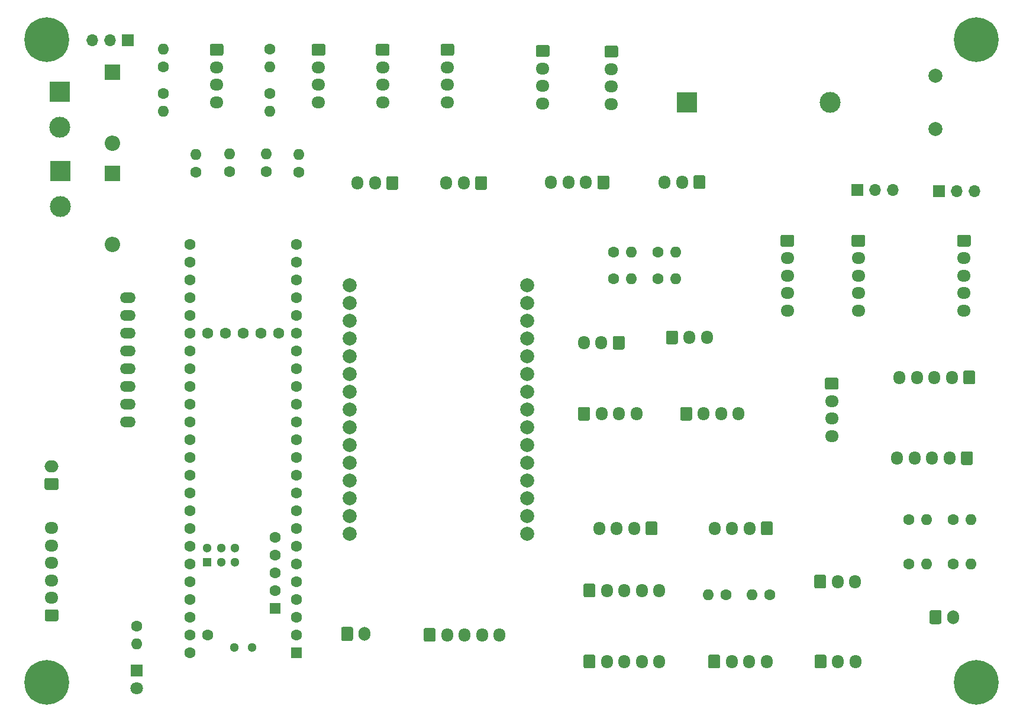
<source format=gts>
G04 #@! TF.GenerationSoftware,KiCad,Pcbnew,(5.1.9)-1*
G04 #@! TF.CreationDate,2021-07-22T20:13:59+02:00*
G04 #@! TF.ProjectId,Ardumower,41726475-6d6f-4776-9572-2e6b69636164,rev?*
G04 #@! TF.SameCoordinates,Original*
G04 #@! TF.FileFunction,Soldermask,Top*
G04 #@! TF.FilePolarity,Negative*
%FSLAX46Y46*%
G04 Gerber Fmt 4.6, Leading zero omitted, Abs format (unit mm)*
G04 Created by KiCad (PCBNEW (5.1.9)-1) date 2021-07-22 20:13:59*
%MOMM*%
%LPD*%
G01*
G04 APERTURE LIST*
%ADD10R,3.000000X3.000000*%
%ADD11C,3.000000*%
%ADD12O,1.700000X2.000000*%
%ADD13O,1.600000X1.600000*%
%ADD14C,1.600000*%
%ADD15O,1.700000X1.950000*%
%ADD16C,2.000000*%
%ADD17O,1.950000X1.700000*%
%ADD18O,2.000000X1.700000*%
%ADD19O,2.268000X1.524000*%
%ADD20C,6.400000*%
%ADD21C,3.600000*%
%ADD22O,1.700000X1.700000*%
%ADD23R,1.700000X1.700000*%
%ADD24R,1.600000X1.600000*%
%ADD25R,1.300000X1.300000*%
%ADD26C,1.300000*%
%ADD27O,2.200000X2.200000*%
%ADD28R,2.200000X2.200000*%
%ADD29C,1.800000*%
%ADD30R,1.800000X1.800000*%
G04 APERTURE END LIST*
D10*
X134620000Y-46990000D03*
D11*
X155110000Y-46990000D03*
D12*
X172680000Y-120650000D03*
G36*
G01*
X169330000Y-121400000D02*
X169330000Y-119900000D01*
G75*
G02*
X169580000Y-119650000I250000J0D01*
G01*
X170780000Y-119650000D01*
G75*
G02*
X171030000Y-119900000I0J-250000D01*
G01*
X171030000Y-121400000D01*
G75*
G02*
X170780000Y-121650000I-250000J0D01*
G01*
X169580000Y-121650000D01*
G75*
G02*
X169330000Y-121400000I0J250000D01*
G01*
G37*
D13*
X175260000Y-113030000D03*
D14*
X172720000Y-113030000D03*
D13*
X168910000Y-113030000D03*
D14*
X166370000Y-113030000D03*
D13*
X175260000Y-106680000D03*
D14*
X172720000Y-106680000D03*
D13*
X168910000Y-106680000D03*
D14*
X166370000Y-106680000D03*
D15*
X138550000Y-107950000D03*
X141050000Y-107950000D03*
X143550000Y-107950000D03*
G36*
G01*
X146900000Y-107225000D02*
X146900000Y-108675000D01*
G75*
G02*
X146650000Y-108925000I-250000J0D01*
G01*
X145450000Y-108925000D01*
G75*
G02*
X145200000Y-108675000I0J250000D01*
G01*
X145200000Y-107225000D01*
G75*
G02*
X145450000Y-106975000I250000J0D01*
G01*
X146650000Y-106975000D01*
G75*
G02*
X146900000Y-107225000I0J-250000D01*
G01*
G37*
X158710000Y-127000000D03*
X156210000Y-127000000D03*
G36*
G01*
X152860000Y-127725000D02*
X152860000Y-126275000D01*
G75*
G02*
X153110000Y-126025000I250000J0D01*
G01*
X154310000Y-126025000D01*
G75*
G02*
X154560000Y-126275000I0J-250000D01*
G01*
X154560000Y-127725000D01*
G75*
G02*
X154310000Y-127975000I-250000J0D01*
G01*
X153110000Y-127975000D01*
G75*
G02*
X152860000Y-127725000I0J250000D01*
G01*
G37*
X122040000Y-107950000D03*
X124540000Y-107950000D03*
X127040000Y-107950000D03*
G36*
G01*
X130390000Y-107225000D02*
X130390000Y-108675000D01*
G75*
G02*
X130140000Y-108925000I-250000J0D01*
G01*
X128940000Y-108925000D01*
G75*
G02*
X128690000Y-108675000I0J250000D01*
G01*
X128690000Y-107225000D01*
G75*
G02*
X128940000Y-106975000I250000J0D01*
G01*
X130140000Y-106975000D01*
G75*
G02*
X130390000Y-107225000I0J-250000D01*
G01*
G37*
X158670000Y-115570000D03*
X156170000Y-115570000D03*
G36*
G01*
X152820000Y-116295000D02*
X152820000Y-114845000D01*
G75*
G02*
X153070000Y-114595000I250000J0D01*
G01*
X154270000Y-114595000D01*
G75*
G02*
X154520000Y-114845000I0J-250000D01*
G01*
X154520000Y-116295000D01*
G75*
G02*
X154270000Y-116545000I-250000J0D01*
G01*
X153070000Y-116545000D01*
G75*
G02*
X152820000Y-116295000I0J250000D01*
G01*
G37*
D16*
X86360000Y-108712000D03*
X111760000Y-108712000D03*
X86360000Y-106172000D03*
X111760000Y-106172000D03*
X86360000Y-103632000D03*
X111760000Y-103632000D03*
X86360000Y-101092000D03*
X111760000Y-101092000D03*
X86360000Y-98552000D03*
X111760000Y-98552000D03*
X86360000Y-96012000D03*
X111760000Y-96012000D03*
X86360000Y-93472000D03*
X111760000Y-93472000D03*
X86360000Y-90932000D03*
X111760000Y-90932000D03*
X86360000Y-88392000D03*
X111760000Y-88392000D03*
X86360000Y-85852000D03*
X111760000Y-85852000D03*
X86360000Y-83312000D03*
X111760000Y-83312000D03*
X86360000Y-80772000D03*
X111760000Y-80772000D03*
X86360000Y-78232000D03*
X111760000Y-78232000D03*
X86360000Y-75692000D03*
X111760000Y-75692000D03*
X86360000Y-73152000D03*
X111760000Y-73152000D03*
D13*
X143891000Y-117475000D03*
D14*
X146431000Y-117475000D03*
D13*
X137668000Y-117475000D03*
D14*
X140208000Y-117475000D03*
D15*
X146010000Y-127000000D03*
X143510000Y-127000000D03*
X141010000Y-127000000D03*
G36*
G01*
X137660000Y-127725000D02*
X137660000Y-126275000D01*
G75*
G02*
X137910000Y-126025000I250000J0D01*
G01*
X139110000Y-126025000D01*
G75*
G02*
X139360000Y-126275000I0J-250000D01*
G01*
X139360000Y-127725000D01*
G75*
G02*
X139110000Y-127975000I-250000J0D01*
G01*
X137910000Y-127975000D01*
G75*
G02*
X137660000Y-127725000I0J250000D01*
G01*
G37*
X130650000Y-116840000D03*
X128150000Y-116840000D03*
X125650000Y-116840000D03*
X123150000Y-116840000D03*
G36*
G01*
X119800000Y-117565000D02*
X119800000Y-116115000D01*
G75*
G02*
X120050000Y-115865000I250000J0D01*
G01*
X121250000Y-115865000D01*
G75*
G02*
X121500000Y-116115000I0J-250000D01*
G01*
X121500000Y-117565000D01*
G75*
G02*
X121250000Y-117815000I-250000J0D01*
G01*
X120050000Y-117815000D01*
G75*
G02*
X119800000Y-117565000I0J250000D01*
G01*
G37*
X130650000Y-127000000D03*
X128150000Y-127000000D03*
X125650000Y-127000000D03*
X123150000Y-127000000D03*
G36*
G01*
X119800000Y-127725000D02*
X119800000Y-126275000D01*
G75*
G02*
X120050000Y-126025000I250000J0D01*
G01*
X121250000Y-126025000D01*
G75*
G02*
X121500000Y-126275000I0J-250000D01*
G01*
X121500000Y-127725000D01*
G75*
G02*
X121250000Y-127975000I-250000J0D01*
G01*
X120050000Y-127975000D01*
G75*
G02*
X119800000Y-127725000I0J250000D01*
G01*
G37*
D17*
X155321000Y-94749000D03*
X155321000Y-92249000D03*
X155321000Y-89749000D03*
G36*
G01*
X154596000Y-86399000D02*
X156046000Y-86399000D01*
G75*
G02*
X156296000Y-86649000I0J-250000D01*
G01*
X156296000Y-87849000D01*
G75*
G02*
X156046000Y-88099000I-250000J0D01*
G01*
X154596000Y-88099000D01*
G75*
G02*
X154346000Y-87849000I0J250000D01*
G01*
X154346000Y-86649000D01*
G75*
G02*
X154596000Y-86399000I250000J0D01*
G01*
G37*
D15*
X119841000Y-81407000D03*
X122341000Y-81407000D03*
G36*
G01*
X125691000Y-80682000D02*
X125691000Y-82132000D01*
G75*
G02*
X125441000Y-82382000I-250000J0D01*
G01*
X124241000Y-82382000D01*
G75*
G02*
X123991000Y-82132000I0J250000D01*
G01*
X123991000Y-80682000D01*
G75*
G02*
X124241000Y-80432000I250000J0D01*
G01*
X125441000Y-80432000D01*
G75*
G02*
X125691000Y-80682000I0J-250000D01*
G01*
G37*
X165006000Y-86360000D03*
X167506000Y-86360000D03*
X170006000Y-86360000D03*
X172506000Y-86360000D03*
G36*
G01*
X175856000Y-85635000D02*
X175856000Y-87085000D01*
G75*
G02*
X175606000Y-87335000I-250000J0D01*
G01*
X174406000Y-87335000D01*
G75*
G02*
X174156000Y-87085000I0J250000D01*
G01*
X174156000Y-85635000D01*
G75*
G02*
X174406000Y-85385000I250000J0D01*
G01*
X175606000Y-85385000D01*
G75*
G02*
X175856000Y-85635000I0J-250000D01*
G01*
G37*
X107790000Y-123190000D03*
X105290000Y-123190000D03*
X102790000Y-123190000D03*
X100290000Y-123190000D03*
G36*
G01*
X96940000Y-123915000D02*
X96940000Y-122465000D01*
G75*
G02*
X97190000Y-122215000I250000J0D01*
G01*
X98390000Y-122215000D01*
G75*
G02*
X98640000Y-122465000I0J-250000D01*
G01*
X98640000Y-123915000D01*
G75*
G02*
X98390000Y-124165000I-250000J0D01*
G01*
X97190000Y-124165000D01*
G75*
G02*
X96940000Y-123915000I0J250000D01*
G01*
G37*
D18*
X43688000Y-99100000D03*
G36*
G01*
X44438000Y-102450000D02*
X42938000Y-102450000D01*
G75*
G02*
X42688000Y-102200000I0J250000D01*
G01*
X42688000Y-101000000D01*
G75*
G02*
X42938000Y-100750000I250000J0D01*
G01*
X44438000Y-100750000D01*
G75*
G02*
X44688000Y-101000000I0J-250000D01*
G01*
X44688000Y-102200000D01*
G75*
G02*
X44438000Y-102450000I-250000J0D01*
G01*
G37*
D17*
X43688000Y-107896000D03*
X43688000Y-110396000D03*
X43688000Y-112896000D03*
X43688000Y-115396000D03*
X43688000Y-117896000D03*
G36*
G01*
X44413000Y-121246000D02*
X42963000Y-121246000D01*
G75*
G02*
X42713000Y-120996000I0J250000D01*
G01*
X42713000Y-119796000D01*
G75*
G02*
X42963000Y-119546000I250000J0D01*
G01*
X44413000Y-119546000D01*
G75*
G02*
X44663000Y-119796000I0J-250000D01*
G01*
X44663000Y-120996000D01*
G75*
G02*
X44413000Y-121246000I-250000J0D01*
G01*
G37*
X67310000Y-46990000D03*
X67310000Y-44490000D03*
X67310000Y-41990000D03*
G36*
G01*
X66585000Y-38640000D02*
X68035000Y-38640000D01*
G75*
G02*
X68285000Y-38890000I0J-250000D01*
G01*
X68285000Y-40090000D01*
G75*
G02*
X68035000Y-40340000I-250000J0D01*
G01*
X66585000Y-40340000D01*
G75*
G02*
X66335000Y-40090000I0J250000D01*
G01*
X66335000Y-38890000D01*
G75*
G02*
X66585000Y-38640000I250000J0D01*
G01*
G37*
D19*
X54610000Y-92710000D03*
X54610000Y-90170000D03*
X54610000Y-87630000D03*
X54610000Y-85090000D03*
X54610000Y-82550000D03*
X54610000Y-80010000D03*
X54610000Y-77470000D03*
X54610000Y-74930000D03*
D13*
X59690000Y-39370000D03*
D14*
X59690000Y-41910000D03*
D13*
X59690000Y-48260000D03*
D14*
X59690000Y-45720000D03*
D20*
X43000000Y-130000000D03*
D21*
X43000000Y-130000000D03*
D20*
X176000000Y-130000000D03*
D21*
X176000000Y-130000000D03*
D20*
X176000000Y-38000000D03*
D21*
X176000000Y-38000000D03*
D20*
X43000000Y-38000000D03*
D21*
X43000000Y-38000000D03*
D13*
X132969000Y-72263000D03*
D14*
X130429000Y-72263000D03*
D13*
X126619000Y-68453000D03*
D14*
X124079000Y-68453000D03*
D13*
X132969000Y-68453000D03*
D14*
X130429000Y-68453000D03*
D13*
X126619000Y-72263000D03*
D14*
X124079000Y-72263000D03*
D22*
X175768000Y-59690000D03*
X173228000Y-59690000D03*
D23*
X170688000Y-59690000D03*
D22*
X164084000Y-59563000D03*
X161544000Y-59563000D03*
D23*
X159004000Y-59563000D03*
D17*
X174244000Y-76802000D03*
X174244000Y-74302000D03*
X174244000Y-71802000D03*
X174244000Y-69302000D03*
G36*
G01*
X173519000Y-65952000D02*
X174969000Y-65952000D01*
G75*
G02*
X175219000Y-66202000I0J-250000D01*
G01*
X175219000Y-67402000D01*
G75*
G02*
X174969000Y-67652000I-250000J0D01*
G01*
X173519000Y-67652000D01*
G75*
G02*
X173269000Y-67402000I0J250000D01*
G01*
X173269000Y-66202000D01*
G75*
G02*
X173519000Y-65952000I250000J0D01*
G01*
G37*
X159131000Y-76802000D03*
X159131000Y-74302000D03*
X159131000Y-71802000D03*
X159131000Y-69302000D03*
G36*
G01*
X158406000Y-65952000D02*
X159856000Y-65952000D01*
G75*
G02*
X160106000Y-66202000I0J-250000D01*
G01*
X160106000Y-67402000D01*
G75*
G02*
X159856000Y-67652000I-250000J0D01*
G01*
X158406000Y-67652000D01*
G75*
G02*
X158156000Y-67402000I0J250000D01*
G01*
X158156000Y-66202000D01*
G75*
G02*
X158406000Y-65952000I250000J0D01*
G01*
G37*
X148971000Y-76802000D03*
X148971000Y-74302000D03*
X148971000Y-71802000D03*
X148971000Y-69302000D03*
G36*
G01*
X148246000Y-65952000D02*
X149696000Y-65952000D01*
G75*
G02*
X149946000Y-66202000I0J-250000D01*
G01*
X149946000Y-67402000D01*
G75*
G02*
X149696000Y-67652000I-250000J0D01*
G01*
X148246000Y-67652000D01*
G75*
G02*
X147996000Y-67402000I0J250000D01*
G01*
X147996000Y-66202000D01*
G75*
G02*
X148246000Y-65952000I250000J0D01*
G01*
G37*
D15*
X127381000Y-91567000D03*
X124881000Y-91567000D03*
X122381000Y-91567000D03*
G36*
G01*
X119031000Y-92292000D02*
X119031000Y-90842000D01*
G75*
G02*
X119281000Y-90592000I250000J0D01*
G01*
X120481000Y-90592000D01*
G75*
G02*
X120731000Y-90842000I0J-250000D01*
G01*
X120731000Y-92292000D01*
G75*
G02*
X120481000Y-92542000I-250000J0D01*
G01*
X119281000Y-92542000D01*
G75*
G02*
X119031000Y-92292000I0J250000D01*
G01*
G37*
X141993000Y-91567000D03*
X139493000Y-91567000D03*
X136993000Y-91567000D03*
G36*
G01*
X133643000Y-92292000D02*
X133643000Y-90842000D01*
G75*
G02*
X133893000Y-90592000I250000J0D01*
G01*
X135093000Y-90592000D01*
G75*
G02*
X135343000Y-90842000I0J-250000D01*
G01*
X135343000Y-92292000D01*
G75*
G02*
X135093000Y-92542000I-250000J0D01*
G01*
X133893000Y-92542000D01*
G75*
G02*
X133643000Y-92292000I0J250000D01*
G01*
G37*
D22*
X49530000Y-38100000D03*
X52070000Y-38100000D03*
D23*
X54610000Y-38100000D03*
D14*
X66040000Y-123190000D03*
X75689200Y-109270800D03*
X75689200Y-111810800D03*
X75689200Y-114350800D03*
X75689200Y-116890800D03*
D24*
X75689200Y-119430800D03*
D14*
X63500000Y-125730000D03*
X63500000Y-123190000D03*
X63500000Y-120650000D03*
X63500000Y-118110000D03*
X63500000Y-115570000D03*
X63500000Y-113030000D03*
X63500000Y-110490000D03*
X63500000Y-107950000D03*
X63500000Y-105410000D03*
X63500000Y-102870000D03*
X63500000Y-100330000D03*
X63500000Y-97790000D03*
X63500000Y-95250000D03*
X63500000Y-92710000D03*
D24*
X78740000Y-125730000D03*
D14*
X78740000Y-123190000D03*
X78740000Y-120650000D03*
X78740000Y-118110000D03*
X78740000Y-115570000D03*
X78740000Y-113030000D03*
X78740000Y-110490000D03*
X78740000Y-107950000D03*
X78740000Y-105410000D03*
X78740000Y-102870000D03*
X78740000Y-100330000D03*
X78740000Y-97790000D03*
X78740000Y-95250000D03*
X63500000Y-90170000D03*
X63500000Y-87630000D03*
X63500000Y-85090000D03*
X63500000Y-82550000D03*
X63500000Y-80010000D03*
X63500000Y-77470000D03*
X63500000Y-74930000D03*
X63500000Y-72390000D03*
X63500000Y-69850000D03*
X63500000Y-67310000D03*
X78740000Y-67310000D03*
X78740000Y-69850000D03*
X78740000Y-72390000D03*
X78740000Y-74930000D03*
X78740000Y-92710000D03*
X78740000Y-90170000D03*
X78740000Y-87630000D03*
X78740000Y-77470000D03*
X78740000Y-80010000D03*
X78740000Y-82550000D03*
X78740000Y-85090000D03*
D25*
X65938400Y-112760000D03*
D26*
X65938400Y-110760000D03*
X67938400Y-112760000D03*
X67938400Y-110760000D03*
X69938400Y-110760000D03*
X69938400Y-112760000D03*
D14*
X76200000Y-80010000D03*
X73660000Y-80010000D03*
X71120000Y-80010000D03*
X68580000Y-80010000D03*
X66040000Y-80010000D03*
D26*
X72390000Y-125000000D03*
X69850000Y-125000000D03*
D15*
X164677000Y-97907600D03*
X167177000Y-97907600D03*
X169677000Y-97907600D03*
X172177000Y-97907600D03*
G36*
G01*
X175527000Y-97182600D02*
X175527000Y-98632600D01*
G75*
G02*
X175277000Y-98882600I-250000J0D01*
G01*
X174077000Y-98882600D01*
G75*
G02*
X173827000Y-98632600I0J250000D01*
G01*
X173827000Y-97182600D01*
G75*
G02*
X174077000Y-96932600I250000J0D01*
G01*
X175277000Y-96932600D01*
G75*
G02*
X175527000Y-97182600I0J-250000D01*
G01*
G37*
D17*
X91070000Y-46990000D03*
X91070000Y-44490000D03*
X91070000Y-41990000D03*
G36*
G01*
X90345000Y-38640000D02*
X91795000Y-38640000D01*
G75*
G02*
X92045000Y-38890000I0J-250000D01*
G01*
X92045000Y-40090000D01*
G75*
G02*
X91795000Y-40340000I-250000J0D01*
G01*
X90345000Y-40340000D01*
G75*
G02*
X90095000Y-40090000I0J250000D01*
G01*
X90095000Y-38890000D01*
G75*
G02*
X90345000Y-38640000I250000J0D01*
G01*
G37*
D15*
X100156000Y-58547000D03*
X102656000Y-58547000D03*
G36*
G01*
X106006000Y-57822000D02*
X106006000Y-59272000D01*
G75*
G02*
X105756000Y-59522000I-250000J0D01*
G01*
X104556000Y-59522000D01*
G75*
G02*
X104306000Y-59272000I0J250000D01*
G01*
X104306000Y-57822000D01*
G75*
G02*
X104556000Y-57572000I250000J0D01*
G01*
X105756000Y-57572000D01*
G75*
G02*
X106006000Y-57822000I0J-250000D01*
G01*
G37*
D12*
X88479000Y-123063000D03*
G36*
G01*
X85129000Y-123813000D02*
X85129000Y-122313000D01*
G75*
G02*
X85379000Y-122063000I250000J0D01*
G01*
X86579000Y-122063000D01*
G75*
G02*
X86829000Y-122313000I0J-250000D01*
G01*
X86829000Y-123813000D01*
G75*
G02*
X86579000Y-124063000I-250000J0D01*
G01*
X85379000Y-124063000D01*
G75*
G02*
X85129000Y-123813000I0J250000D01*
G01*
G37*
D15*
X137461000Y-80645000D03*
X134961000Y-80645000D03*
G36*
G01*
X131611000Y-81370000D02*
X131611000Y-79920000D01*
G75*
G02*
X131861000Y-79670000I250000J0D01*
G01*
X133061000Y-79670000D01*
G75*
G02*
X133311000Y-79920000I0J-250000D01*
G01*
X133311000Y-81370000D01*
G75*
G02*
X133061000Y-81620000I-250000J0D01*
G01*
X131861000Y-81620000D01*
G75*
G02*
X131611000Y-81370000I0J250000D01*
G01*
G37*
X87456000Y-58547000D03*
X89956000Y-58547000D03*
G36*
G01*
X93306000Y-57822000D02*
X93306000Y-59272000D01*
G75*
G02*
X93056000Y-59522000I-250000J0D01*
G01*
X91856000Y-59522000D01*
G75*
G02*
X91606000Y-59272000I0J250000D01*
G01*
X91606000Y-57822000D01*
G75*
G02*
X91856000Y-57572000I250000J0D01*
G01*
X93056000Y-57572000D01*
G75*
G02*
X93306000Y-57822000I0J-250000D01*
G01*
G37*
D17*
X123786000Y-47249000D03*
X123786000Y-44749000D03*
X123786000Y-42249000D03*
G36*
G01*
X123061000Y-38899000D02*
X124511000Y-38899000D01*
G75*
G02*
X124761000Y-39149000I0J-250000D01*
G01*
X124761000Y-40349000D01*
G75*
G02*
X124511000Y-40599000I-250000J0D01*
G01*
X123061000Y-40599000D01*
G75*
G02*
X122811000Y-40349000I0J250000D01*
G01*
X122811000Y-39149000D01*
G75*
G02*
X123061000Y-38899000I250000J0D01*
G01*
G37*
X113976000Y-47159000D03*
X113976000Y-44659000D03*
X113976000Y-42159000D03*
G36*
G01*
X113251000Y-38809000D02*
X114701000Y-38809000D01*
G75*
G02*
X114951000Y-39059000I0J-250000D01*
G01*
X114951000Y-40259000D01*
G75*
G02*
X114701000Y-40509000I-250000J0D01*
G01*
X113251000Y-40509000D01*
G75*
G02*
X113001000Y-40259000I0J250000D01*
G01*
X113001000Y-39059000D01*
G75*
G02*
X113251000Y-38809000I250000J0D01*
G01*
G37*
D15*
X131398000Y-58420000D03*
X133898000Y-58420000D03*
G36*
G01*
X137248000Y-57695000D02*
X137248000Y-59145000D01*
G75*
G02*
X136998000Y-59395000I-250000J0D01*
G01*
X135798000Y-59395000D01*
G75*
G02*
X135548000Y-59145000I0J250000D01*
G01*
X135548000Y-57695000D01*
G75*
G02*
X135798000Y-57445000I250000J0D01*
G01*
X136998000Y-57445000D01*
G75*
G02*
X137248000Y-57695000I0J-250000D01*
G01*
G37*
X115146000Y-58450000D03*
X117646000Y-58450000D03*
X120146000Y-58450000D03*
G36*
G01*
X123496000Y-57725000D02*
X123496000Y-59175000D01*
G75*
G02*
X123246000Y-59425000I-250000J0D01*
G01*
X122046000Y-59425000D01*
G75*
G02*
X121796000Y-59175000I0J250000D01*
G01*
X121796000Y-57725000D01*
G75*
G02*
X122046000Y-57475000I250000J0D01*
G01*
X123246000Y-57475000D01*
G75*
G02*
X123496000Y-57725000I0J-250000D01*
G01*
G37*
D17*
X81890000Y-46990000D03*
X81890000Y-44490000D03*
X81890000Y-41990000D03*
G36*
G01*
X81165000Y-38640000D02*
X82615000Y-38640000D01*
G75*
G02*
X82865000Y-38890000I0J-250000D01*
G01*
X82865000Y-40090000D01*
G75*
G02*
X82615000Y-40340000I-250000J0D01*
G01*
X81165000Y-40340000D01*
G75*
G02*
X80915000Y-40090000I0J250000D01*
G01*
X80915000Y-38890000D01*
G75*
G02*
X81165000Y-38640000I250000J0D01*
G01*
G37*
X100330000Y-46990000D03*
X100330000Y-44490000D03*
X100330000Y-41990000D03*
G36*
G01*
X99605000Y-38640000D02*
X101055000Y-38640000D01*
G75*
G02*
X101305000Y-38890000I0J-250000D01*
G01*
X101305000Y-40090000D01*
G75*
G02*
X101055000Y-40340000I-250000J0D01*
G01*
X99605000Y-40340000D01*
G75*
G02*
X99355000Y-40090000I0J250000D01*
G01*
X99355000Y-38890000D01*
G75*
G02*
X99605000Y-38640000I250000J0D01*
G01*
G37*
D13*
X74930000Y-41910000D03*
D14*
X74930000Y-39370000D03*
D13*
X74930000Y-48260000D03*
D14*
X74930000Y-45720000D03*
D11*
X44990000Y-61880000D03*
D10*
X44990000Y-56800000D03*
D11*
X44890000Y-50590000D03*
D10*
X44890000Y-45510000D03*
D27*
X52370000Y-67310000D03*
D28*
X52370000Y-57150000D03*
D27*
X52370000Y-52832000D03*
D28*
X52370000Y-42672000D03*
D29*
X55880000Y-130810000D03*
D30*
X55880000Y-128270000D03*
D13*
X55880000Y-124460000D03*
D14*
X55880000Y-121920000D03*
D13*
X69151000Y-54358000D03*
D14*
X69151000Y-56898000D03*
D13*
X64361000Y-54448000D03*
D14*
X64361000Y-56988000D03*
D13*
X74391000Y-54358000D03*
D14*
X74391000Y-56898000D03*
D13*
X79101000Y-54448000D03*
D14*
X79101000Y-56988000D03*
D16*
X170180000Y-43200360D03*
X170180000Y-50800040D03*
M02*

</source>
